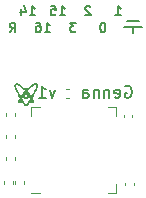
<source format=gbr>
%TF.GenerationSoftware,KiCad,Pcbnew,(6.0.8)*%
%TF.CreationDate,2022-12-19T21:27:52+01:00*%
%TF.ProjectId,Genna,47656e6e-612e-46b6-9963-61645f706362,rev?*%
%TF.SameCoordinates,Original*%
%TF.FileFunction,Legend,Bot*%
%TF.FilePolarity,Positive*%
%FSLAX46Y46*%
G04 Gerber Fmt 4.6, Leading zero omitted, Abs format (unit mm)*
G04 Created by KiCad (PCBNEW (6.0.8)) date 2022-12-19 21:27:52*
%MOMM*%
%LPD*%
G01*
G04 APERTURE LIST*
%ADD10C,0.200000*%
%ADD11C,0.120000*%
G04 APERTURE END LIST*
D10*
X138930000Y-70500000D02*
X139930000Y-70500000D01*
X138680000Y-71000000D02*
X139430000Y-71000000D01*
X139430000Y-71000000D02*
X139430000Y-71500000D01*
X140180000Y-71000000D02*
X139430000Y-71000000D01*
X135844821Y-69250950D02*
X135806726Y-69212855D01*
X135730535Y-69174759D01*
X135540059Y-69174759D01*
X135463869Y-69212855D01*
X135425773Y-69250950D01*
X135387678Y-69327140D01*
X135387678Y-69403331D01*
X135425773Y-69517616D01*
X135882916Y-69974759D01*
X135387678Y-69974759D01*
X136925595Y-70611904D02*
X136849404Y-70611904D01*
X136773214Y-70650000D01*
X136735119Y-70688095D01*
X136697023Y-70764285D01*
X136658928Y-70916666D01*
X136658928Y-71107142D01*
X136697023Y-71259523D01*
X136735119Y-71335714D01*
X136773214Y-71373809D01*
X136849404Y-71411904D01*
X136925595Y-71411904D01*
X137001785Y-71373809D01*
X137039880Y-71335714D01*
X137077976Y-71259523D01*
X137116071Y-71107142D01*
X137116071Y-70916666D01*
X137077976Y-70764285D01*
X137039880Y-70688095D01*
X137001785Y-70650000D01*
X136925595Y-70611904D01*
X133226130Y-69974759D02*
X133683273Y-69974759D01*
X133454702Y-69974759D02*
X133454702Y-69174759D01*
X133530892Y-69289045D01*
X133607083Y-69365235D01*
X133683273Y-69403331D01*
X132502321Y-69174759D02*
X132883273Y-69174759D01*
X132921369Y-69555712D01*
X132883273Y-69517616D01*
X132807083Y-69479521D01*
X132616607Y-69479521D01*
X132540416Y-69517616D01*
X132502321Y-69555712D01*
X132464226Y-69631902D01*
X132464226Y-69822378D01*
X132502321Y-69898569D01*
X132540416Y-69936664D01*
X132616607Y-69974759D01*
X132807083Y-69974759D01*
X132883273Y-69936664D01*
X132921369Y-69898569D01*
X138773809Y-76000000D02*
X138869047Y-75952380D01*
X139011904Y-75952380D01*
X139154761Y-76000000D01*
X139250000Y-76095238D01*
X139297619Y-76190476D01*
X139345238Y-76380952D01*
X139345238Y-76523809D01*
X139297619Y-76714285D01*
X139250000Y-76809523D01*
X139154761Y-76904761D01*
X139011904Y-76952380D01*
X138916666Y-76952380D01*
X138773809Y-76904761D01*
X138726190Y-76857142D01*
X138726190Y-76523809D01*
X138916666Y-76523809D01*
X137916666Y-76904761D02*
X138011904Y-76952380D01*
X138202380Y-76952380D01*
X138297619Y-76904761D01*
X138345238Y-76809523D01*
X138345238Y-76428571D01*
X138297619Y-76333333D01*
X138202380Y-76285714D01*
X138011904Y-76285714D01*
X137916666Y-76333333D01*
X137869047Y-76428571D01*
X137869047Y-76523809D01*
X138345238Y-76619047D01*
X137440476Y-76285714D02*
X137440476Y-76952380D01*
X137440476Y-76380952D02*
X137392857Y-76333333D01*
X137297619Y-76285714D01*
X137154761Y-76285714D01*
X137059523Y-76333333D01*
X137011904Y-76428571D01*
X137011904Y-76952380D01*
X136535714Y-76285714D02*
X136535714Y-76952380D01*
X136535714Y-76380952D02*
X136488095Y-76333333D01*
X136392857Y-76285714D01*
X136250000Y-76285714D01*
X136154761Y-76333333D01*
X136107142Y-76428571D01*
X136107142Y-76952380D01*
X135202380Y-76952380D02*
X135202380Y-76428571D01*
X135250000Y-76333333D01*
X135345238Y-76285714D01*
X135535714Y-76285714D01*
X135630952Y-76333333D01*
X135202380Y-76904761D02*
X135297619Y-76952380D01*
X135535714Y-76952380D01*
X135630952Y-76904761D01*
X135678571Y-76809523D01*
X135678571Y-76714285D01*
X135630952Y-76619047D01*
X135535714Y-76571428D01*
X135297619Y-76571428D01*
X135202380Y-76523809D01*
X137930178Y-69974759D02*
X138387321Y-69974759D01*
X138158750Y-69974759D02*
X138158750Y-69174759D01*
X138234940Y-69289045D01*
X138311130Y-69365235D01*
X138387321Y-69403331D01*
X130683630Y-69974759D02*
X131140773Y-69974759D01*
X130912202Y-69974759D02*
X130912202Y-69174759D01*
X130988392Y-69289045D01*
X131064583Y-69365235D01*
X131140773Y-69403331D01*
X129997916Y-69441426D02*
X129997916Y-69974759D01*
X130188392Y-69136664D02*
X130378869Y-69708093D01*
X129883630Y-69708093D01*
X134611666Y-70611904D02*
X134116428Y-70611904D01*
X134383095Y-70916666D01*
X134268809Y-70916666D01*
X134192619Y-70954761D01*
X134154523Y-70992857D01*
X134116428Y-71069047D01*
X134116428Y-71259523D01*
X134154523Y-71335714D01*
X134192619Y-71373809D01*
X134268809Y-71411904D01*
X134497380Y-71411904D01*
X134573571Y-71373809D01*
X134611666Y-71335714D01*
X129012380Y-71421904D02*
X129279047Y-71040952D01*
X129469523Y-71421904D02*
X129469523Y-70621904D01*
X129164761Y-70621904D01*
X129088571Y-70660000D01*
X129050476Y-70698095D01*
X129012380Y-70774285D01*
X129012380Y-70888571D01*
X129050476Y-70964761D01*
X129088571Y-71002857D01*
X129164761Y-71040952D01*
X129469523Y-71040952D01*
X131954880Y-71411904D02*
X132412023Y-71411904D01*
X132183452Y-71411904D02*
X132183452Y-70611904D01*
X132259642Y-70726190D01*
X132335833Y-70802380D01*
X132412023Y-70840476D01*
X131269166Y-70611904D02*
X131421547Y-70611904D01*
X131497738Y-70650000D01*
X131535833Y-70688095D01*
X131612023Y-70802380D01*
X131650119Y-70954761D01*
X131650119Y-71259523D01*
X131612023Y-71335714D01*
X131573928Y-71373809D01*
X131497738Y-71411904D01*
X131345357Y-71411904D01*
X131269166Y-71373809D01*
X131231071Y-71335714D01*
X131192976Y-71259523D01*
X131192976Y-71069047D01*
X131231071Y-70992857D01*
X131269166Y-70954761D01*
X131345357Y-70916666D01*
X131497738Y-70916666D01*
X131573928Y-70954761D01*
X131612023Y-70992857D01*
X131650119Y-71069047D01*
X132864285Y-76285714D02*
X132626190Y-76952380D01*
X132388095Y-76285714D01*
X131483333Y-76952380D02*
X132054761Y-76952380D01*
X131769047Y-76952380D02*
X131769047Y-75952380D01*
X131864285Y-76095238D01*
X131959523Y-76190476D01*
X132054761Y-76238095D01*
D11*
%TO.C,R2*%
X128680000Y-82243641D02*
X128680000Y-81936359D01*
X129440000Y-82243641D02*
X129440000Y-81936359D01*
%TO.C,R3*%
X129460000Y-78523641D02*
X129460000Y-78216359D01*
X128700000Y-78523641D02*
X128700000Y-78216359D01*
%TO.C,G\u002A\u002A\u002A*%
G36*
X131084137Y-77239134D02*
G01*
X131093839Y-77264691D01*
X131100538Y-77288647D01*
X131104258Y-77311091D01*
X131105022Y-77332114D01*
X131102853Y-77351805D01*
X131097774Y-77370253D01*
X131089808Y-77387548D01*
X131081328Y-77399568D01*
X131069841Y-77411039D01*
X131056439Y-77420952D01*
X131042028Y-77428642D01*
X131027509Y-77433444D01*
X131017521Y-77434821D01*
X131004315Y-77435113D01*
X130990277Y-77434179D01*
X130976775Y-77432118D01*
X130965178Y-77429026D01*
X130960789Y-77427423D01*
X130946894Y-77421500D01*
X130932654Y-77414094D01*
X130917831Y-77405023D01*
X130902187Y-77394104D01*
X130885484Y-77381155D01*
X130867481Y-77365994D01*
X130847942Y-77348439D01*
X130826628Y-77328308D01*
X130803300Y-77305419D01*
X130759377Y-77261651D01*
X130750721Y-77278532D01*
X130735641Y-77307655D01*
X130712059Y-77351953D01*
X130689413Y-77392877D01*
X130667625Y-77430535D01*
X130646620Y-77465035D01*
X130626322Y-77496487D01*
X130606655Y-77524997D01*
X130587545Y-77550676D01*
X130568913Y-77573631D01*
X130550686Y-77593970D01*
X130532787Y-77611802D01*
X130515140Y-77627236D01*
X130497669Y-77640380D01*
X130490392Y-77645193D01*
X130471405Y-77656007D01*
X130451691Y-77664999D01*
X130432202Y-77671767D01*
X130413889Y-77675906D01*
X130403823Y-77676842D01*
X130389111Y-77676692D01*
X130373694Y-77675124D01*
X130359050Y-77672237D01*
X130352271Y-77670368D01*
X130330673Y-77662506D01*
X130309228Y-77651738D01*
X130287852Y-77637979D01*
X130266459Y-77621147D01*
X130244965Y-77601160D01*
X130223286Y-77577933D01*
X130201337Y-77551385D01*
X130179032Y-77521432D01*
X130156287Y-77487991D01*
X130133018Y-77450980D01*
X130129791Y-77445630D01*
X130118808Y-77427042D01*
X130106766Y-77406170D01*
X130094094Y-77383789D01*
X130081223Y-77360677D01*
X130068582Y-77337608D01*
X130056600Y-77315360D01*
X130045709Y-77294709D01*
X130036338Y-77276430D01*
X130035347Y-77274494D01*
X130032124Y-77268637D01*
X130029518Y-77264543D01*
X130028017Y-77263004D01*
X130026609Y-77263992D01*
X130022986Y-77267263D01*
X130017636Y-77272408D01*
X130011000Y-77279001D01*
X130003522Y-77286616D01*
X129986415Y-77304042D01*
X129961435Y-77328683D01*
X129938269Y-77350447D01*
X129916754Y-77369444D01*
X129896724Y-77385787D01*
X129878016Y-77399586D01*
X129860464Y-77410953D01*
X129843904Y-77420000D01*
X129828172Y-77426838D01*
X129813104Y-77431580D01*
X129798533Y-77434335D01*
X129784297Y-77435216D01*
X129778094Y-77435084D01*
X129760440Y-77433006D01*
X129744713Y-77428207D01*
X129730222Y-77420422D01*
X129716273Y-77409388D01*
X129713168Y-77406400D01*
X129701766Y-77392322D01*
X129693007Y-77375965D01*
X129686979Y-77357674D01*
X129683775Y-77337793D01*
X129683483Y-77316665D01*
X129686194Y-77294635D01*
X129689721Y-77279445D01*
X129697290Y-77256056D01*
X129707790Y-77230731D01*
X129721159Y-77203578D01*
X129725345Y-77196106D01*
X129892356Y-77196106D01*
X129892683Y-77196382D01*
X129895106Y-77194343D01*
X129899898Y-77189850D01*
X129901902Y-77187882D01*
X129906907Y-77182781D01*
X129913805Y-77175613D01*
X129922218Y-77166780D01*
X129931764Y-77156681D01*
X129942061Y-77145718D01*
X129952729Y-77134291D01*
X129954654Y-77132222D01*
X129966746Y-77119232D01*
X129976642Y-77108630D01*
X129984633Y-77100138D01*
X129991009Y-77093477D01*
X129996060Y-77088368D01*
X130000077Y-77084533D01*
X130003350Y-77081692D01*
X130006170Y-77079568D01*
X130008828Y-77077881D01*
X130011612Y-77076352D01*
X130014815Y-77074702D01*
X130019559Y-77072415D01*
X130024008Y-77070842D01*
X130028926Y-77069954D01*
X130035393Y-77069560D01*
X130044484Y-77069471D01*
X130045942Y-77069472D01*
X130054521Y-77069580D01*
X130060703Y-77070024D01*
X130065631Y-77071020D01*
X130070451Y-77072788D01*
X130076308Y-77075547D01*
X130080848Y-77077904D01*
X130085852Y-77080977D01*
X130090449Y-77084570D01*
X130094889Y-77089035D01*
X130099426Y-77094723D01*
X130104311Y-77101988D01*
X130109797Y-77111180D01*
X130116135Y-77122653D01*
X130123578Y-77136758D01*
X130132377Y-77153847D01*
X130133961Y-77156943D01*
X130150015Y-77188197D01*
X130164695Y-77216516D01*
X130178203Y-77242274D01*
X130190741Y-77265843D01*
X130202511Y-77287598D01*
X130213715Y-77307911D01*
X130224555Y-77327157D01*
X130235232Y-77345707D01*
X130245949Y-77363937D01*
X130261802Y-77389985D01*
X130280915Y-77419568D01*
X130299338Y-77446024D01*
X130317013Y-77469280D01*
X130333883Y-77489265D01*
X130349890Y-77505909D01*
X130364976Y-77519139D01*
X130379085Y-77528884D01*
X130381360Y-77530144D01*
X130387275Y-77532890D01*
X130392048Y-77534447D01*
X130392895Y-77534565D01*
X130399305Y-77533623D01*
X130407461Y-77529998D01*
X130417002Y-77523967D01*
X130427566Y-77515805D01*
X130438790Y-77505787D01*
X130450313Y-77494191D01*
X130461771Y-77481293D01*
X130463584Y-77479126D01*
X130474936Y-77465077D01*
X130486317Y-77450137D01*
X130497849Y-77434098D01*
X130509655Y-77416753D01*
X130521861Y-77397894D01*
X130534589Y-77377314D01*
X130547963Y-77354805D01*
X130562106Y-77330160D01*
X130577143Y-77303171D01*
X130593197Y-77273631D01*
X130610392Y-77241331D01*
X130628851Y-77206066D01*
X130648698Y-77167626D01*
X130649351Y-77166354D01*
X130658950Y-77147750D01*
X130667140Y-77132139D01*
X130674135Y-77119210D01*
X130680152Y-77108654D01*
X130685405Y-77100162D01*
X130690110Y-77093422D01*
X130694483Y-77088126D01*
X130698738Y-77083964D01*
X130703092Y-77080625D01*
X130707759Y-77077801D01*
X130712955Y-77075180D01*
X130717805Y-77072974D01*
X130722968Y-77071100D01*
X130728168Y-77070043D01*
X130734626Y-77069576D01*
X130743563Y-77069471D01*
X130751941Y-77069551D01*
X130758392Y-77069961D01*
X130763494Y-77070941D01*
X130768459Y-77072730D01*
X130774500Y-77075566D01*
X130776797Y-77076738D01*
X130780370Y-77078807D01*
X130784012Y-77081345D01*
X130788068Y-77084679D01*
X130792883Y-77089132D01*
X130798804Y-77095030D01*
X130806175Y-77102698D01*
X130815342Y-77112461D01*
X130826650Y-77124644D01*
X130831926Y-77130344D01*
X130847516Y-77147156D01*
X130860715Y-77161323D01*
X130871603Y-77172912D01*
X130880263Y-77181993D01*
X130886775Y-77188633D01*
X130891221Y-77192900D01*
X130893683Y-77194863D01*
X130894242Y-77194590D01*
X130892980Y-77192149D01*
X130889977Y-77187609D01*
X130885316Y-77181036D01*
X130879078Y-77172501D01*
X130871344Y-77162070D01*
X130869553Y-77159671D01*
X130849148Y-77133111D01*
X130826371Y-77104741D01*
X130801656Y-77075071D01*
X130775434Y-77044614D01*
X130748139Y-77013880D01*
X130720204Y-76983382D01*
X130711360Y-76973957D01*
X130701054Y-76963129D01*
X130690188Y-76951845D01*
X130679074Y-76940420D01*
X130668025Y-76929167D01*
X130657352Y-76918398D01*
X130647367Y-76908426D01*
X130638383Y-76899566D01*
X130630712Y-76892129D01*
X130624664Y-76886430D01*
X130620553Y-76882780D01*
X130618690Y-76881494D01*
X130617312Y-76882842D01*
X130616667Y-76886494D01*
X130616542Y-76889663D01*
X130615895Y-76897133D01*
X130614789Y-76906986D01*
X130613335Y-76918447D01*
X130611639Y-76930744D01*
X130609810Y-76943102D01*
X130607956Y-76954748D01*
X130606185Y-76964910D01*
X130604604Y-76972813D01*
X130602919Y-76979908D01*
X130597963Y-76996105D01*
X130591905Y-77009589D01*
X130584405Y-77021035D01*
X130575119Y-77031118D01*
X130566687Y-77038318D01*
X130556307Y-77045447D01*
X130544713Y-77051575D01*
X130531553Y-77056805D01*
X130516472Y-77061239D01*
X130499115Y-77064980D01*
X130479128Y-77068129D01*
X130456157Y-77070790D01*
X130429848Y-77073064D01*
X130417406Y-77073943D01*
X130405612Y-77074570D01*
X130395179Y-77074800D01*
X130384869Y-77074633D01*
X130373445Y-77074070D01*
X130359671Y-77073111D01*
X130345376Y-77071961D01*
X130321445Y-77069600D01*
X130300618Y-77066866D01*
X130282509Y-77063658D01*
X130266733Y-77059879D01*
X130252903Y-77055429D01*
X130240635Y-77050209D01*
X130229541Y-77044119D01*
X130219237Y-77037062D01*
X130211754Y-77030742D01*
X130204574Y-77022885D01*
X130198349Y-77013727D01*
X130192955Y-77002925D01*
X130188269Y-76990136D01*
X130184165Y-76975017D01*
X130180519Y-76957225D01*
X130177209Y-76936415D01*
X130174109Y-76912246D01*
X130173136Y-76904101D01*
X130171966Y-76894777D01*
X130170960Y-76887289D01*
X130170201Y-76882252D01*
X130169775Y-76880281D01*
X130169598Y-76880324D01*
X130167442Y-76882102D01*
X130163116Y-76886170D01*
X130156914Y-76892223D01*
X130149135Y-76899960D01*
X130140075Y-76909075D01*
X130130030Y-76919266D01*
X130119297Y-76930229D01*
X130108173Y-76941659D01*
X130096953Y-76953254D01*
X130085936Y-76964710D01*
X130075417Y-76975723D01*
X130065693Y-76985990D01*
X130057061Y-76995206D01*
X130049818Y-77003069D01*
X130036203Y-77018142D01*
X130014606Y-77042534D01*
X129993510Y-77066933D01*
X129973220Y-77090968D01*
X129954041Y-77114265D01*
X129936279Y-77136452D01*
X129920239Y-77157157D01*
X129906226Y-77176006D01*
X129894545Y-77192628D01*
X129893854Y-77193658D01*
X129892356Y-77196106D01*
X129725345Y-77196106D01*
X129737336Y-77174705D01*
X129756258Y-77144222D01*
X129777863Y-77112236D01*
X129802091Y-77078856D01*
X129828878Y-77044191D01*
X129831457Y-77040939D01*
X129837475Y-77033281D01*
X129842608Y-77026654D01*
X129846379Y-77021677D01*
X129848311Y-77018970D01*
X129848571Y-77018350D01*
X129848559Y-77017055D01*
X129847915Y-77015130D01*
X129846476Y-77012342D01*
X129844080Y-77008462D01*
X129840566Y-77003257D01*
X129835772Y-76996497D01*
X129829537Y-76987950D01*
X129821698Y-76977386D01*
X129812094Y-76964574D01*
X129800563Y-76949281D01*
X129786944Y-76931278D01*
X129778916Y-76920657D01*
X129767347Y-76905276D01*
X129756476Y-76890734D01*
X129746522Y-76877334D01*
X129737708Y-76865376D01*
X129730255Y-76855160D01*
X129724384Y-76846987D01*
X129720316Y-76841157D01*
X129718273Y-76837973D01*
X129712910Y-76824785D01*
X129710283Y-76809879D01*
X129710798Y-76794824D01*
X129714515Y-76780570D01*
X129714924Y-76779612D01*
X129717239Y-76774857D01*
X129720962Y-76767678D01*
X129725777Y-76758668D01*
X129731369Y-76748421D01*
X129737420Y-76737532D01*
X129740029Y-76732868D01*
X129745589Y-76722828D01*
X129750368Y-76714064D01*
X129754105Y-76707065D01*
X129756539Y-76702315D01*
X129757408Y-76700301D01*
X129757389Y-76700220D01*
X129756053Y-76698022D01*
X129752807Y-76693309D01*
X129747935Y-76686476D01*
X129741720Y-76677914D01*
X129734444Y-76668018D01*
X129726389Y-76657180D01*
X129707983Y-76632232D01*
X129671672Y-76581115D01*
X129637223Y-76530014D01*
X129604726Y-76479115D01*
X129574276Y-76428600D01*
X129545962Y-76378653D01*
X129519878Y-76329458D01*
X129496116Y-76281197D01*
X129474767Y-76234053D01*
X129455924Y-76188212D01*
X129439678Y-76143855D01*
X129426122Y-76101167D01*
X129415348Y-76060330D01*
X129407447Y-76021529D01*
X129404723Y-76003759D01*
X129401310Y-75969030D01*
X129400936Y-75947273D01*
X129542853Y-75947273D01*
X129542978Y-75959822D01*
X129543482Y-75971382D01*
X129544325Y-75980602D01*
X129544838Y-75984366D01*
X129550717Y-76017255D01*
X129559327Y-76052270D01*
X129570551Y-76089207D01*
X129584275Y-76127864D01*
X129600382Y-76168036D01*
X129618757Y-76209520D01*
X129639284Y-76252113D01*
X129661847Y-76295611D01*
X129686330Y-76339812D01*
X129712618Y-76384512D01*
X129740596Y-76429506D01*
X129770146Y-76474593D01*
X129801154Y-76519569D01*
X129833504Y-76564230D01*
X129867080Y-76608372D01*
X129901766Y-76651794D01*
X129937447Y-76694290D01*
X129974007Y-76735658D01*
X129981409Y-76743772D01*
X129991794Y-76755048D01*
X130002391Y-76766452D01*
X130012307Y-76777024D01*
X130020646Y-76785799D01*
X130041667Y-76807706D01*
X130059957Y-76789235D01*
X130078246Y-76770765D01*
X130078712Y-76729363D01*
X130078825Y-76723022D01*
X130296750Y-76723022D01*
X130296759Y-76725296D01*
X130297173Y-76730455D01*
X130297925Y-76737776D01*
X130298949Y-76746537D01*
X130299097Y-76747761D01*
X130300071Y-76756213D01*
X130301309Y-76767506D01*
X130302736Y-76780929D01*
X130304277Y-76795769D01*
X130305857Y-76811317D01*
X130307402Y-76826861D01*
X130308268Y-76835619D01*
X130310125Y-76853921D01*
X130311912Y-76870944D01*
X130313591Y-76886345D01*
X130315123Y-76899780D01*
X130316466Y-76910903D01*
X130317581Y-76919372D01*
X130318429Y-76924841D01*
X130318970Y-76926966D01*
X130320149Y-76927216D01*
X130324357Y-76927810D01*
X130330865Y-76928612D01*
X130338889Y-76929524D01*
X130353745Y-76930887D01*
X130376449Y-76932108D01*
X130399535Y-76932435D01*
X130422004Y-76931878D01*
X130442862Y-76930449D01*
X130461112Y-76928158D01*
X130469445Y-76926795D01*
X130471646Y-76911090D01*
X130472149Y-76907196D01*
X130473092Y-76899199D01*
X130474291Y-76888491D01*
X130475687Y-76875624D01*
X130477221Y-76861157D01*
X130478831Y-76845643D01*
X130480458Y-76829639D01*
X130481604Y-76818306D01*
X130483259Y-76802147D01*
X130484869Y-76786664D01*
X130486369Y-76772457D01*
X130487696Y-76760129D01*
X130488786Y-76750283D01*
X130489576Y-76743521D01*
X130490436Y-76736383D01*
X130491230Y-76729442D01*
X130491725Y-76724664D01*
X130491840Y-76722806D01*
X130490146Y-76722634D01*
X130485219Y-76722300D01*
X130477545Y-76721835D01*
X130467609Y-76721270D01*
X130455897Y-76720631D01*
X130442895Y-76719948D01*
X130436384Y-76719620D01*
X130419817Y-76718891D01*
X130405379Y-76718472D01*
X130391915Y-76718363D01*
X130378269Y-76718563D01*
X130363283Y-76719072D01*
X130345802Y-76719887D01*
X130333641Y-76720524D01*
X130321824Y-76721184D01*
X130311737Y-76721791D01*
X130303870Y-76722314D01*
X130298717Y-76722722D01*
X130296771Y-76722983D01*
X130296750Y-76723022D01*
X130078825Y-76723022D01*
X130078962Y-76715358D01*
X130079826Y-76693980D01*
X130081332Y-76674782D01*
X130083584Y-76656822D01*
X130086687Y-76639161D01*
X130090745Y-76620859D01*
X130091736Y-76616843D01*
X130101567Y-76584146D01*
X130104890Y-76576073D01*
X130351852Y-76576073D01*
X130352418Y-76576207D01*
X130356031Y-76576429D01*
X130362540Y-76576620D01*
X130371426Y-76576768D01*
X130382172Y-76576865D01*
X130394258Y-76576899D01*
X130436664Y-76576899D01*
X130429488Y-76566685D01*
X130427208Y-76563598D01*
X130421725Y-76556742D01*
X130415180Y-76549043D01*
X130408541Y-76541655D01*
X130394769Y-76526839D01*
X130383381Y-76537951D01*
X130382468Y-76538855D01*
X130377533Y-76544048D01*
X130371900Y-76550353D01*
X130366100Y-76557127D01*
X130360664Y-76563729D01*
X130356123Y-76569515D01*
X130353008Y-76573844D01*
X130351852Y-76576073D01*
X130104890Y-76576073D01*
X130114004Y-76553928D01*
X130129192Y-76525915D01*
X130147278Y-76499831D01*
X130168409Y-76475402D01*
X130168733Y-76475064D01*
X130189455Y-76455222D01*
X130211611Y-76437469D01*
X130235641Y-76421543D01*
X130261980Y-76407178D01*
X130291068Y-76394113D01*
X130323340Y-76382084D01*
X130331225Y-76379343D01*
X130339048Y-76376425D01*
X130339095Y-76376404D01*
X130448149Y-76376404D01*
X130468600Y-76383520D01*
X130497307Y-76394738D01*
X130523678Y-76406566D01*
X130547259Y-76418796D01*
X130567593Y-76431217D01*
X130590346Y-76447938D01*
X130615312Y-76470347D01*
X130637392Y-76495063D01*
X130656551Y-76522034D01*
X130672752Y-76551210D01*
X130683583Y-76576899D01*
X130685961Y-76582539D01*
X130696142Y-76615971D01*
X130696724Y-76618305D01*
X130700096Y-76632667D01*
X130702764Y-76645974D01*
X130704818Y-76659017D01*
X130706351Y-76672590D01*
X130707455Y-76687486D01*
X130708223Y-76704498D01*
X130708704Y-76722806D01*
X130708746Y-76724417D01*
X130709695Y-76771984D01*
X130727845Y-76788773D01*
X130729487Y-76790290D01*
X130736038Y-76796275D01*
X130741455Y-76801125D01*
X130745212Y-76804376D01*
X130746788Y-76805563D01*
X130748335Y-76804378D01*
X130752072Y-76800837D01*
X130757619Y-76795314D01*
X130764616Y-76788186D01*
X130772703Y-76779830D01*
X130781518Y-76770622D01*
X130790700Y-76760940D01*
X130799890Y-76751160D01*
X130808726Y-76741659D01*
X130816848Y-76732814D01*
X130823895Y-76725001D01*
X130853379Y-76691256D01*
X130899535Y-76635719D01*
X130944279Y-76578546D01*
X130987320Y-76520162D01*
X131028367Y-76460993D01*
X131067126Y-76401463D01*
X131103308Y-76341999D01*
X131136620Y-76283024D01*
X131166771Y-76224965D01*
X131166921Y-76224663D01*
X131185008Y-76187134D01*
X131200849Y-76152050D01*
X131214588Y-76119031D01*
X131226366Y-76087694D01*
X131236329Y-76057660D01*
X131244618Y-76028548D01*
X131251378Y-75999976D01*
X131253034Y-75991837D01*
X131254449Y-75983557D01*
X131255403Y-75975582D01*
X131255986Y-75966909D01*
X131256287Y-75956536D01*
X131256393Y-75943463D01*
X131256384Y-75936807D01*
X131256086Y-75922925D01*
X131255313Y-75911928D01*
X131253956Y-75903243D01*
X131251904Y-75896301D01*
X131249048Y-75890529D01*
X131245280Y-75885356D01*
X131243524Y-75883570D01*
X131236892Y-75878925D01*
X131227837Y-75874421D01*
X131217256Y-75870467D01*
X131206049Y-75867473D01*
X131205877Y-75867437D01*
X131187279Y-75865130D01*
X131167506Y-75865815D01*
X131146484Y-75869524D01*
X131124135Y-75876288D01*
X131100383Y-75886139D01*
X131075152Y-75899108D01*
X131048364Y-75915228D01*
X131019944Y-75934529D01*
X130989815Y-75957044D01*
X130980800Y-75964114D01*
X130970083Y-75972679D01*
X130959335Y-75981467D01*
X130948293Y-75990714D01*
X130936691Y-76000651D01*
X130924265Y-76011515D01*
X130910750Y-76023537D01*
X130895883Y-76036951D01*
X130879398Y-76051992D01*
X130861031Y-76068893D01*
X130840518Y-76087888D01*
X130817593Y-76109211D01*
X130815630Y-76111039D01*
X130791351Y-76133601D01*
X130769453Y-76153830D01*
X130749681Y-76171956D01*
X130731775Y-76188203D01*
X130715478Y-76202802D01*
X130700532Y-76215978D01*
X130686679Y-76227960D01*
X130673661Y-76238975D01*
X130661220Y-76249251D01*
X130649098Y-76259014D01*
X130637038Y-76268493D01*
X130630787Y-76273415D01*
X130622898Y-76279789D01*
X130615947Y-76285573D01*
X130610940Y-76289942D01*
X130606979Y-76293347D01*
X130601027Y-76297862D01*
X130596125Y-76300935D01*
X130595189Y-76301430D01*
X130590487Y-76304096D01*
X130583656Y-76308120D01*
X130575460Y-76313048D01*
X130566667Y-76318425D01*
X130549881Y-76328579D01*
X130531227Y-76339238D01*
X130514002Y-76348262D01*
X130497413Y-76356040D01*
X130480664Y-76362963D01*
X130462963Y-76369420D01*
X130457644Y-76371346D01*
X130453938Y-76372876D01*
X130451949Y-76373697D01*
X130448585Y-76375477D01*
X130448149Y-76376404D01*
X130339095Y-76376404D01*
X130343805Y-76374312D01*
X130345778Y-76372876D01*
X130345249Y-76371986D01*
X130341763Y-76370619D01*
X130326306Y-76364511D01*
X130313638Y-76359401D01*
X130303192Y-76355042D01*
X130294401Y-76351187D01*
X130286697Y-76347588D01*
X130279514Y-76343999D01*
X130272284Y-76340172D01*
X130269512Y-76338653D01*
X130255684Y-76330667D01*
X130240148Y-76321149D01*
X130223875Y-76310732D01*
X130207838Y-76300048D01*
X130193008Y-76289730D01*
X130180359Y-76280408D01*
X130168018Y-76270881D01*
X130155886Y-76261356D01*
X130144027Y-76251851D01*
X130132174Y-76242134D01*
X130120057Y-76231968D01*
X130107410Y-76221119D01*
X130093963Y-76209353D01*
X130079449Y-76196434D01*
X130063599Y-76182129D01*
X130046146Y-76166202D01*
X130026821Y-76148419D01*
X130005355Y-76128545D01*
X129981482Y-76106345D01*
X129974993Y-76100305D01*
X129951276Y-76078313D01*
X129929898Y-76058637D01*
X129910614Y-76041058D01*
X129893180Y-76025356D01*
X129877349Y-76011313D01*
X129862879Y-75998707D01*
X129849523Y-75987321D01*
X129837038Y-75976936D01*
X129827327Y-75969042D01*
X129796756Y-75945297D01*
X129767937Y-75924701D01*
X129740778Y-75907218D01*
X129715186Y-75892812D01*
X129691068Y-75881448D01*
X129668331Y-75873089D01*
X129646882Y-75867701D01*
X129626629Y-75865247D01*
X129607479Y-75865692D01*
X129589339Y-75869001D01*
X129572116Y-75875137D01*
X129567711Y-75877295D01*
X129559796Y-75882577D01*
X129553687Y-75889177D01*
X129549170Y-75897558D01*
X129546032Y-75908181D01*
X129544057Y-75921510D01*
X129543033Y-75938006D01*
X129542853Y-75947273D01*
X129400936Y-75947273D01*
X129400747Y-75936315D01*
X129403023Y-75905680D01*
X129408122Y-75877190D01*
X129416031Y-75850912D01*
X129426737Y-75826912D01*
X129440225Y-75805254D01*
X129456482Y-75786007D01*
X129467038Y-75775925D01*
X129482070Y-75763985D01*
X129498454Y-75753800D01*
X129516969Y-75744902D01*
X129538393Y-75736823D01*
X129546904Y-75734030D01*
X129558272Y-75730711D01*
X129568858Y-75728289D01*
X129579559Y-75726636D01*
X129591269Y-75725625D01*
X129604883Y-75725129D01*
X129621297Y-75725019D01*
X129621684Y-75725020D01*
X129635434Y-75725119D01*
X129646317Y-75725378D01*
X129655151Y-75725860D01*
X129662751Y-75726627D01*
X129669933Y-75727739D01*
X129677513Y-75729259D01*
X129679621Y-75729722D01*
X129704454Y-75736172D01*
X129729487Y-75744549D01*
X129754905Y-75754970D01*
X129780895Y-75767549D01*
X129807643Y-75782400D01*
X129835335Y-75799641D01*
X129864155Y-75819385D01*
X129894290Y-75841747D01*
X129925926Y-75866844D01*
X129959249Y-75894790D01*
X129994444Y-75925699D01*
X129997708Y-75928645D01*
X130004739Y-75935054D01*
X130013840Y-75943402D01*
X130024624Y-75953333D01*
X130036704Y-75964488D01*
X130049694Y-75976511D01*
X130063206Y-75989046D01*
X130076852Y-76001734D01*
X130083277Y-76007711D01*
X130111431Y-76033801D01*
X130137065Y-76057380D01*
X130160163Y-76078436D01*
X130180714Y-76096957D01*
X130198702Y-76112930D01*
X130214116Y-76126344D01*
X130226940Y-76137186D01*
X130237161Y-76145445D01*
X130244766Y-76151108D01*
X130251703Y-76155915D01*
X130277240Y-76146670D01*
X130283009Y-76144619D01*
X130298988Y-76139270D01*
X130315548Y-76134152D01*
X130332108Y-76129415D01*
X130348089Y-76125206D01*
X130362910Y-76121674D01*
X130375993Y-76118967D01*
X130386756Y-76117234D01*
X130394620Y-76116624D01*
X130397994Y-76116790D01*
X130406770Y-76117957D01*
X130418289Y-76120135D01*
X130432055Y-76123199D01*
X130447570Y-76127024D01*
X130464337Y-76131485D01*
X130481861Y-76136457D01*
X130499644Y-76141816D01*
X130517190Y-76147436D01*
X130524599Y-76149875D01*
X130533942Y-76152870D01*
X130540670Y-76154852D01*
X130545331Y-76155938D01*
X130548471Y-76156244D01*
X130550637Y-76155889D01*
X130552375Y-76154989D01*
X130554883Y-76153245D01*
X130562305Y-76147587D01*
X130572098Y-76139626D01*
X130584058Y-76129543D01*
X130597977Y-76117522D01*
X130613649Y-76103743D01*
X130630870Y-76088388D01*
X130649433Y-76071640D01*
X130669131Y-76053679D01*
X130689759Y-76034689D01*
X130711112Y-76014850D01*
X130729922Y-75997320D01*
X130753989Y-75974991D01*
X130775814Y-75954877D01*
X130795639Y-75936769D01*
X130813708Y-75920455D01*
X130830262Y-75905724D01*
X130845544Y-75892365D01*
X130859795Y-75880166D01*
X130873258Y-75868916D01*
X130886176Y-75858404D01*
X130898790Y-75848419D01*
X130911344Y-75838749D01*
X130924078Y-75829184D01*
X130945061Y-75814057D01*
X130980128Y-75790915D01*
X131014146Y-75771243D01*
X131047181Y-75755011D01*
X131079301Y-75742187D01*
X131110569Y-75732739D01*
X131141053Y-75726637D01*
X131155431Y-75725106D01*
X131172383Y-75724354D01*
X131190194Y-75724438D01*
X131207739Y-75725326D01*
X131223895Y-75726987D01*
X131237539Y-75729387D01*
X131249998Y-75732524D01*
X131277575Y-75741715D01*
X131302390Y-75753368D01*
X131324440Y-75767483D01*
X131343723Y-75784058D01*
X131350986Y-75791745D01*
X131366187Y-75811648D01*
X131378545Y-75833881D01*
X131388051Y-75858402D01*
X131394697Y-75885167D01*
X131398474Y-75914136D01*
X131399320Y-75943463D01*
X131399372Y-75945265D01*
X131397383Y-75978514D01*
X131392497Y-76013838D01*
X131386430Y-76043858D01*
X131376412Y-76082599D01*
X131363634Y-76123306D01*
X131348186Y-76165805D01*
X131330156Y-76209926D01*
X131309631Y-76255495D01*
X131286702Y-76302338D01*
X131261455Y-76350285D01*
X131233979Y-76399162D01*
X131204363Y-76448795D01*
X131172694Y-76499014D01*
X131139062Y-76549645D01*
X131103554Y-76600515D01*
X131066259Y-76651451D01*
X131029740Y-76700176D01*
X131050868Y-76737822D01*
X131053817Y-76743115D01*
X131059900Y-76754275D01*
X131065384Y-76764653D01*
X131069957Y-76773642D01*
X131073306Y-76780635D01*
X131075121Y-76785024D01*
X131077326Y-76795973D01*
X131077527Y-76808947D01*
X131075661Y-76821988D01*
X131071828Y-76833628D01*
X131071814Y-76833659D01*
X131069995Y-76836661D01*
X131066173Y-76842299D01*
X131060579Y-76850262D01*
X131053441Y-76860240D01*
X131044988Y-76871922D01*
X131035450Y-76884997D01*
X131025056Y-76899155D01*
X131014035Y-76914086D01*
X131002616Y-76929479D01*
X130991029Y-76945022D01*
X130979503Y-76960407D01*
X130968267Y-76975321D01*
X130957550Y-76989455D01*
X130947581Y-77002498D01*
X130938591Y-77014140D01*
X130938661Y-77015652D01*
X130940919Y-77019923D01*
X130945583Y-77026618D01*
X130952558Y-77035595D01*
X130955048Y-77038705D01*
X130968724Y-77056208D01*
X130983275Y-77075447D01*
X130997870Y-77095294D01*
X131011677Y-77114621D01*
X131023864Y-77132300D01*
X131036787Y-77151965D01*
X131055634Y-77182861D01*
X131062009Y-77194590D01*
X131071410Y-77211888D01*
X131084137Y-77239134D01*
G37*
%TO.C,R1*%
X129300000Y-83986359D02*
X129300000Y-84293641D01*
X128540000Y-83986359D02*
X128540000Y-84293641D01*
%TO.C,C5*%
X134007836Y-76960000D02*
X133792164Y-76960000D01*
X134007836Y-76240000D02*
X133792164Y-76240000D01*
%TO.C,U1*%
X131550000Y-77765000D02*
X130825000Y-77765000D01*
X138045000Y-77765000D02*
X138045000Y-78490000D01*
X138045000Y-84985000D02*
X138045000Y-84260000D01*
X137320000Y-77765000D02*
X138045000Y-77765000D01*
X130825000Y-77765000D02*
X130825000Y-78490000D01*
X131550000Y-84985000D02*
X130825000Y-84985000D01*
X137320000Y-84985000D02*
X138045000Y-84985000D01*
%TO.C,C4*%
X139380000Y-78392164D02*
X139380000Y-78607836D01*
X138660000Y-78392164D02*
X138660000Y-78607836D01*
%TO.C,C2*%
X129490000Y-84257836D02*
X129490000Y-84042164D01*
X130210000Y-84257836D02*
X130210000Y-84042164D01*
%TO.C,C3*%
X138790000Y-84357836D02*
X138790000Y-84142164D01*
X139510000Y-84357836D02*
X139510000Y-84142164D01*
%TO.C,C1*%
X129430000Y-80142164D02*
X129430000Y-80357836D01*
X128710000Y-80142164D02*
X128710000Y-80357836D01*
%TD*%
M02*

</source>
